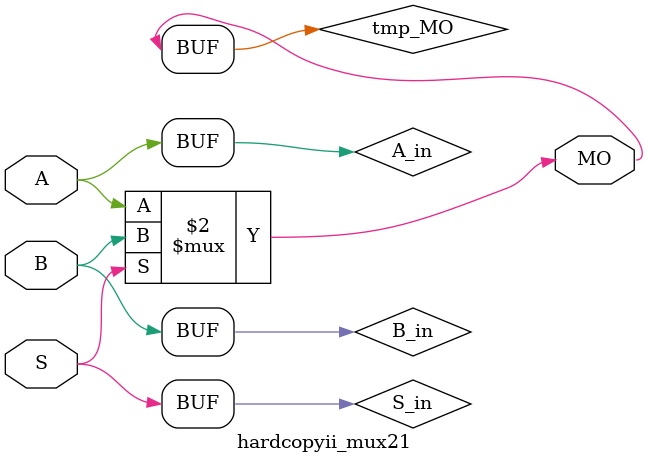
<source format=v>
module hardcopyii_mux21 (MO, A, B, S);
   input A, B, S;
   output MO;
   wire A_in;
   wire B_in;
   wire S_in;
   buf(A_in, A);
   buf(B_in, B);
   buf(S_in, S);
   wire   tmp_MO;
   specify
      (A => MO) = (0, 0);
      (B => MO) = (0, 0);
      (S => MO) = (0, 0);
   endspecify
   assign tmp_MO = (S_in == 1) ? B_in : A_in;
   buf (MO, tmp_MO);
endmodule
</source>
